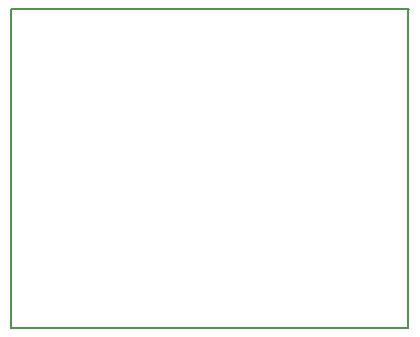
<source format=gbr>
G04 #@! TF.GenerationSoftware,KiCad,Pcbnew,(5.0.0)*
G04 #@! TF.CreationDate,2020-05-23T19:44:19-07:00*
G04 #@! TF.ProjectId,WS2811 Expander,57533238313120457870616E6465722E,rev?*
G04 #@! TF.SameCoordinates,Original*
G04 #@! TF.FileFunction,Profile,NP*
%FSLAX46Y46*%
G04 Gerber Fmt 4.6, Leading zero omitted, Abs format (unit mm)*
G04 Created by KiCad (PCBNEW (5.0.0)) date 05/23/20 19:44:19*
%MOMM*%
%LPD*%
G01*
G04 APERTURE LIST*
%ADD10C,0.150000*%
G04 APERTURE END LIST*
D10*
X169090000Y-23100000D02*
X169090000Y-50040417D01*
X135439986Y-23010000D02*
X169170120Y-23010000D01*
X135440000Y-49990000D02*
X135440000Y-23009984D01*
X169090005Y-50020000D02*
X135439767Y-50020000D01*
M02*

</source>
